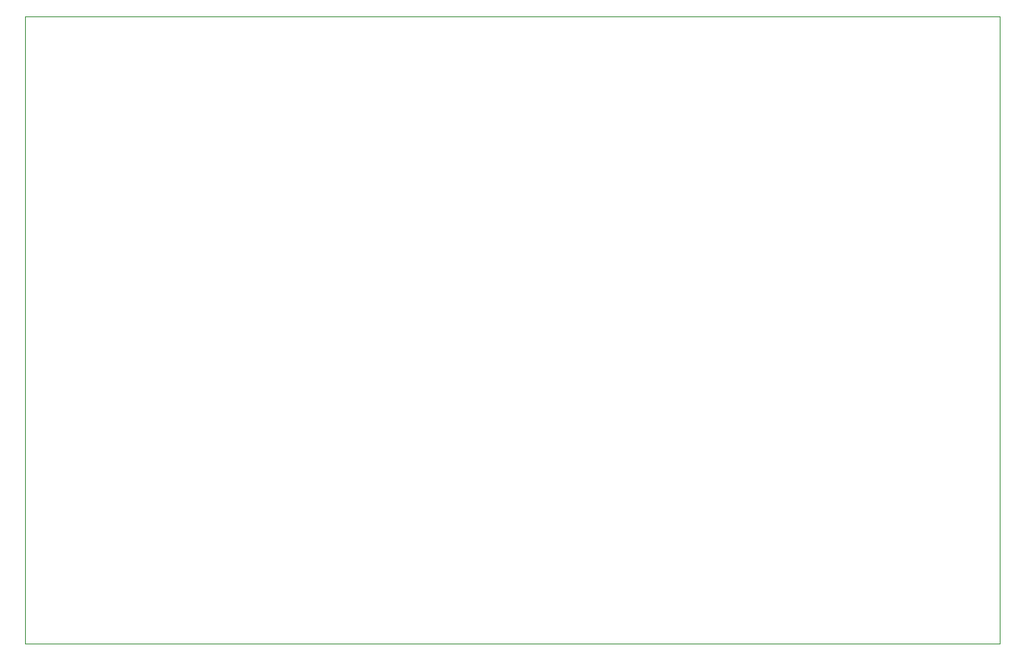
<source format=gbr>
%TF.GenerationSoftware,KiCad,Pcbnew,(5.1.8)-1*%
%TF.CreationDate,2020-12-06T18:21:21+00:00*%
%TF.ProjectId,computer,636f6d70-7574-4657-922e-6b696361645f,rev?*%
%TF.SameCoordinates,Original*%
%TF.FileFunction,Profile,NP*%
%FSLAX46Y46*%
G04 Gerber Fmt 4.6, Leading zero omitted, Abs format (unit mm)*
G04 Created by KiCad (PCBNEW (5.1.8)-1) date 2020-12-06 18:21:21*
%MOMM*%
%LPD*%
G01*
G04 APERTURE LIST*
%TA.AperFunction,Profile*%
%ADD10C,0.100000*%
%TD*%
G04 APERTURE END LIST*
D10*
X66675000Y-86995000D02*
X66675000Y-19050000D01*
X172085000Y-86995000D02*
X66675000Y-86995000D01*
X172085000Y-19050000D02*
X172085000Y-86995000D01*
X66675000Y-19050000D02*
X172085000Y-19050000D01*
M02*

</source>
